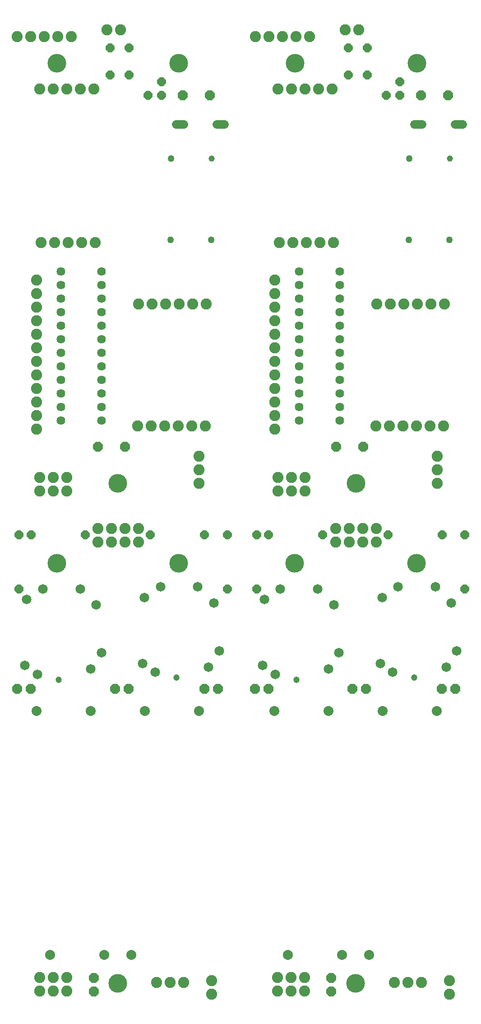
<source format=gts>
G75*
%MOIN*%
%OFA0B0*%
%FSLAX25Y25*%
%IPPOS*%
%LPD*%
%AMOC8*
5,1,8,0,0,1.08239X$1,22.5*
%
%ADD10OC8,0.07100*%
%ADD11OC8,0.06400*%
%ADD12C,0.08200*%
%ADD13C,0.07334*%
%ADD14C,0.04737*%
%ADD15C,0.07137*%
%ADD16C,0.13800*%
%ADD17C,0.06400*%
%ADD18C,0.04578*%
%ADD19C,0.04972*%
%ADD20C,0.06400*%
D10*
X0100315Y0014847D03*
X0100315Y0024847D03*
X0116063Y0238083D03*
X0126063Y0238083D03*
X0181968Y0237891D03*
X0191968Y0237891D03*
X0219275Y0237926D03*
X0229275Y0237926D03*
X0291563Y0238083D03*
X0301563Y0238083D03*
X0357468Y0237891D03*
X0367468Y0237891D03*
X0299366Y0416658D03*
X0279366Y0416658D03*
X0342102Y0675989D03*
X0362102Y0675989D03*
X0186102Y0675989D03*
X0166102Y0675989D03*
X0123366Y0416658D03*
X0103366Y0416658D03*
X0053775Y0237926D03*
X0043775Y0237926D03*
X0275815Y0024847D03*
X0275815Y0014847D03*
D11*
X0220700Y0311800D03*
X0199011Y0311800D03*
X0199011Y0351800D03*
X0182133Y0351863D03*
X0220700Y0351800D03*
X0229515Y0351737D03*
X0269515Y0351737D03*
X0317633Y0351863D03*
X0357633Y0351863D03*
X0374511Y0351800D03*
X0374511Y0311800D03*
X0326362Y0676024D03*
X0326362Y0686024D03*
X0316362Y0676024D03*
X0302338Y0691107D03*
X0302338Y0711107D03*
X0288511Y0711020D03*
X0288511Y0691020D03*
X0150362Y0686024D03*
X0150362Y0676024D03*
X0140362Y0676024D03*
X0126338Y0691107D03*
X0126338Y0711107D03*
X0112511Y0711020D03*
X0112511Y0691020D03*
X0094015Y0351737D03*
X0054015Y0351737D03*
X0045200Y0351800D03*
X0045200Y0311800D03*
X0142133Y0351863D03*
D12*
X0060437Y0014926D03*
X0060437Y0024926D03*
X0070437Y0024926D03*
X0070437Y0014926D03*
X0080437Y0014926D03*
X0080437Y0024926D03*
X0146763Y0021300D03*
X0156763Y0021300D03*
X0166763Y0021300D03*
X0187511Y0022800D03*
X0187511Y0012800D03*
X0235937Y0014926D03*
X0235937Y0024926D03*
X0245937Y0024926D03*
X0245937Y0014926D03*
X0255937Y0014926D03*
X0255937Y0024926D03*
X0322263Y0021300D03*
X0332263Y0021300D03*
X0342263Y0021300D03*
X0363011Y0022800D03*
X0363011Y0012800D03*
X0309004Y0346422D03*
X0309004Y0356422D03*
X0299004Y0356422D03*
X0299004Y0346422D03*
X0289004Y0346422D03*
X0289004Y0356422D03*
X0279004Y0356422D03*
X0279004Y0346422D03*
X0256437Y0383926D03*
X0256437Y0393926D03*
X0246437Y0393926D03*
X0246437Y0383926D03*
X0236437Y0383926D03*
X0236437Y0393926D03*
X0234165Y0429572D03*
X0234165Y0439572D03*
X0234165Y0449572D03*
X0234165Y0459572D03*
X0234165Y0469572D03*
X0234165Y0479572D03*
X0234165Y0489572D03*
X0234165Y0499572D03*
X0234165Y0509572D03*
X0234165Y0519572D03*
X0234165Y0529572D03*
X0234165Y0539572D03*
X0237567Y0567335D03*
X0247567Y0567335D03*
X0257567Y0567335D03*
X0267567Y0567335D03*
X0277567Y0567335D03*
X0309342Y0521894D03*
X0319342Y0521894D03*
X0329342Y0521894D03*
X0339342Y0521894D03*
X0349342Y0521894D03*
X0359342Y0521894D03*
X0358842Y0431894D03*
X0348842Y0431894D03*
X0338842Y0431894D03*
X0328842Y0431894D03*
X0318842Y0431894D03*
X0308842Y0431894D03*
X0354165Y0409572D03*
X0354165Y0399572D03*
X0354165Y0389572D03*
X0276567Y0680792D03*
X0266567Y0680792D03*
X0256567Y0680792D03*
X0246567Y0680792D03*
X0236567Y0680792D03*
X0239633Y0719257D03*
X0229633Y0719257D03*
X0219633Y0719257D03*
X0249633Y0719257D03*
X0259633Y0719257D03*
X0286004Y0724257D03*
X0296004Y0724257D03*
X0183342Y0521894D03*
X0173342Y0521894D03*
X0163342Y0521894D03*
X0153342Y0521894D03*
X0143342Y0521894D03*
X0133342Y0521894D03*
X0101567Y0567335D03*
X0091567Y0567335D03*
X0081567Y0567335D03*
X0071567Y0567335D03*
X0061567Y0567335D03*
X0058165Y0539572D03*
X0058165Y0529572D03*
X0058165Y0519572D03*
X0058165Y0509572D03*
X0058165Y0499572D03*
X0058165Y0489572D03*
X0058165Y0479572D03*
X0058165Y0469572D03*
X0058165Y0459572D03*
X0058165Y0449572D03*
X0058165Y0439572D03*
X0058165Y0429572D03*
X0060437Y0393926D03*
X0060437Y0383926D03*
X0070437Y0383926D03*
X0070437Y0393926D03*
X0080437Y0393926D03*
X0080437Y0383926D03*
X0103504Y0356422D03*
X0103504Y0346422D03*
X0113504Y0346422D03*
X0123504Y0346422D03*
X0123504Y0356422D03*
X0113504Y0356422D03*
X0133504Y0356422D03*
X0133504Y0346422D03*
X0178165Y0389572D03*
X0178165Y0399572D03*
X0178165Y0409572D03*
X0182842Y0431894D03*
X0172842Y0431894D03*
X0162842Y0431894D03*
X0152842Y0431894D03*
X0142842Y0431894D03*
X0132842Y0431894D03*
X0100567Y0680792D03*
X0090567Y0680792D03*
X0080567Y0680792D03*
X0070567Y0680792D03*
X0060567Y0680792D03*
X0063633Y0719257D03*
X0073633Y0719257D03*
X0083633Y0719257D03*
X0110004Y0724257D03*
X0120004Y0724257D03*
X0053633Y0719257D03*
X0043633Y0719257D03*
D13*
X0058137Y0221800D03*
X0098137Y0221800D03*
X0138137Y0221800D03*
X0178137Y0221800D03*
X0233637Y0221800D03*
X0273637Y0221800D03*
X0313637Y0221800D03*
X0353637Y0221800D03*
X0303637Y0041800D03*
X0283637Y0041800D03*
X0243637Y0041800D03*
X0128137Y0041800D03*
X0108137Y0041800D03*
X0068137Y0041800D03*
D14*
X0074511Y0244867D03*
X0161468Y0246316D03*
X0250011Y0244867D03*
X0336968Y0246316D03*
D15*
X0321220Y0250253D03*
X0311968Y0256749D03*
X0313346Y0305371D03*
X0325157Y0313245D03*
X0352716Y0313245D03*
X0364527Y0301434D03*
X0368464Y0266001D03*
X0360590Y0254190D03*
X0281508Y0264552D03*
X0273633Y0252741D03*
X0277570Y0299985D03*
X0265759Y0311796D03*
X0238200Y0311796D03*
X0226389Y0303922D03*
X0225011Y0255300D03*
X0234263Y0248804D03*
X0192964Y0266001D03*
X0185090Y0254190D03*
X0189027Y0301434D03*
X0177216Y0313245D03*
X0149657Y0313245D03*
X0137846Y0305371D03*
X0136468Y0256749D03*
X0145720Y0250253D03*
X0106008Y0264552D03*
X0098133Y0252741D03*
X0102070Y0299985D03*
X0090259Y0311796D03*
X0062700Y0311796D03*
X0050889Y0303922D03*
X0049511Y0255300D03*
X0058763Y0248804D03*
D16*
X0073165Y0330572D03*
X0118165Y0389572D03*
X0163165Y0330572D03*
X0248665Y0330572D03*
X0294165Y0389572D03*
X0338665Y0330572D03*
X0293665Y0020572D03*
X0118165Y0020572D03*
X0163165Y0699572D03*
X0249165Y0699572D03*
X0339165Y0699572D03*
X0073165Y0699572D03*
D17*
X0075948Y0546048D03*
X0075948Y0536048D03*
X0075948Y0526048D03*
X0075948Y0516048D03*
X0075948Y0506048D03*
X0075948Y0496048D03*
X0075948Y0486048D03*
X0075948Y0476048D03*
X0075948Y0466048D03*
X0075948Y0456048D03*
X0075948Y0446048D03*
X0075948Y0436048D03*
X0105948Y0436048D03*
X0105948Y0446048D03*
X0105948Y0456048D03*
X0105948Y0466048D03*
X0105948Y0476048D03*
X0105948Y0486048D03*
X0105948Y0496048D03*
X0105948Y0506048D03*
X0105948Y0516048D03*
X0105948Y0526048D03*
X0105948Y0536048D03*
X0105948Y0546048D03*
X0251948Y0546048D03*
X0251948Y0536048D03*
X0251948Y0526048D03*
X0251948Y0516048D03*
X0251948Y0506048D03*
X0251948Y0496048D03*
X0251948Y0486048D03*
X0251948Y0476048D03*
X0251948Y0466048D03*
X0251948Y0456048D03*
X0251948Y0446048D03*
X0251948Y0436048D03*
X0281948Y0436048D03*
X0281948Y0446048D03*
X0281948Y0456048D03*
X0281948Y0466048D03*
X0281948Y0476048D03*
X0281948Y0486048D03*
X0281948Y0496048D03*
X0281948Y0506048D03*
X0281948Y0516048D03*
X0281948Y0526048D03*
X0281948Y0536048D03*
X0281948Y0546048D03*
D18*
X0363333Y0629259D03*
X0187333Y0629259D03*
D19*
X0157333Y0629364D03*
X0157123Y0569404D03*
X0187123Y0569260D03*
X0333123Y0569404D03*
X0363123Y0569260D03*
X0333333Y0629364D03*
D20*
X0337050Y0654737D02*
X0342650Y0654737D01*
X0367050Y0654737D02*
X0372650Y0654737D01*
X0196650Y0654737D02*
X0191050Y0654737D01*
X0166650Y0654737D02*
X0161050Y0654737D01*
M02*

</source>
